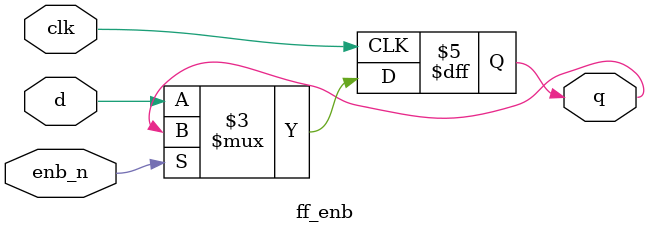
<source format=v>
/*
 * $Id$
 */

/* d-type flipflop with enable on clock */

//`define REG_DELAY 1
`define REG_DELAY 0

module ff_enb (q, d, enb_n, clk);
  input d, enb_n, clk;
  output q;
  reg q;

//initial q <= 0;

  always @(posedge clk)
    if (!enb_n)
      q <= #(`REG_DELAY) d;

endmodule


</source>
